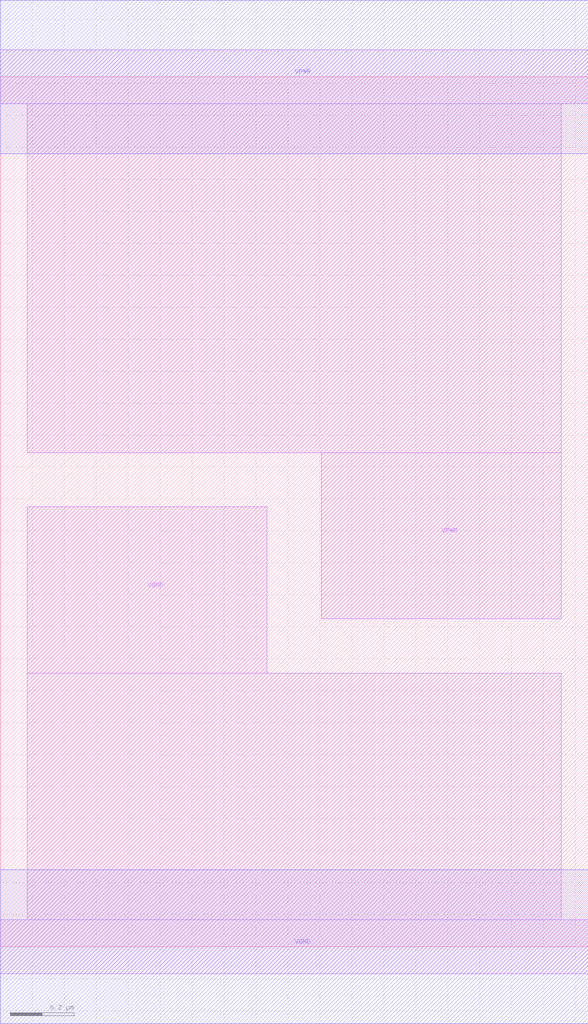
<source format=lef>
# Copyright 2020 The SkyWater PDK Authors
#
# Licensed under the Apache License, Version 2.0 (the "License");
# you may not use this file except in compliance with the License.
# You may obtain a copy of the License at
#
#     https://www.apache.org/licenses/LICENSE-2.0
#
# Unless required by applicable law or agreed to in writing, software
# distributed under the License is distributed on an "AS IS" BASIS,
# WITHOUT WARRANTIES OR CONDITIONS OF ANY KIND, either express or implied.
# See the License for the specific language governing permissions and
# limitations under the License.
#
# SPDX-License-Identifier: Apache-2.0

VERSION 5.5 ;
NAMESCASESENSITIVE ON ;
BUSBITCHARS "[]" ;
DIVIDERCHAR "/" ;
MACRO sky130_fd_sc_hd__decap_4
  CLASS CORE ;
  SOURCE USER ;
  ORIGIN  0.000000  0.000000 ;
  SIZE  1.840000 BY  2.720000 ;
  SYMMETRY X Y R90 ;
  SITE unithd ;
  PIN VGND
    DIRECTION INOUT ;
    SHAPE ABUTMENT ;
    USE GROUND ;
    PORT
      LAYER li1 ;
        RECT 0.000000 -0.085000 1.840000 0.085000 ;
        RECT 0.085000  0.085000 1.755000 0.855000 ;
        RECT 0.085000  0.855000 0.835000 1.375000 ;
    END
    PORT
      LAYER met1 ;
        RECT 0.000000 -0.240000 1.840000 0.240000 ;
    END
  END VGND
  PIN VPWR
    DIRECTION INOUT ;
    SHAPE ABUTMENT ;
    USE POWER ;
    PORT
      LAYER li1 ;
        RECT 0.000000 2.635000 1.840000 2.805000 ;
        RECT 0.085000 1.545000 1.755000 2.635000 ;
        RECT 1.005000 1.025000 1.755000 1.545000 ;
    END
    PORT
      LAYER met1 ;
        RECT 0.000000 2.480000 1.840000 2.960000 ;
    END
  END VPWR
  OBS
  END
END sky130_fd_sc_hd__decap_4

</source>
